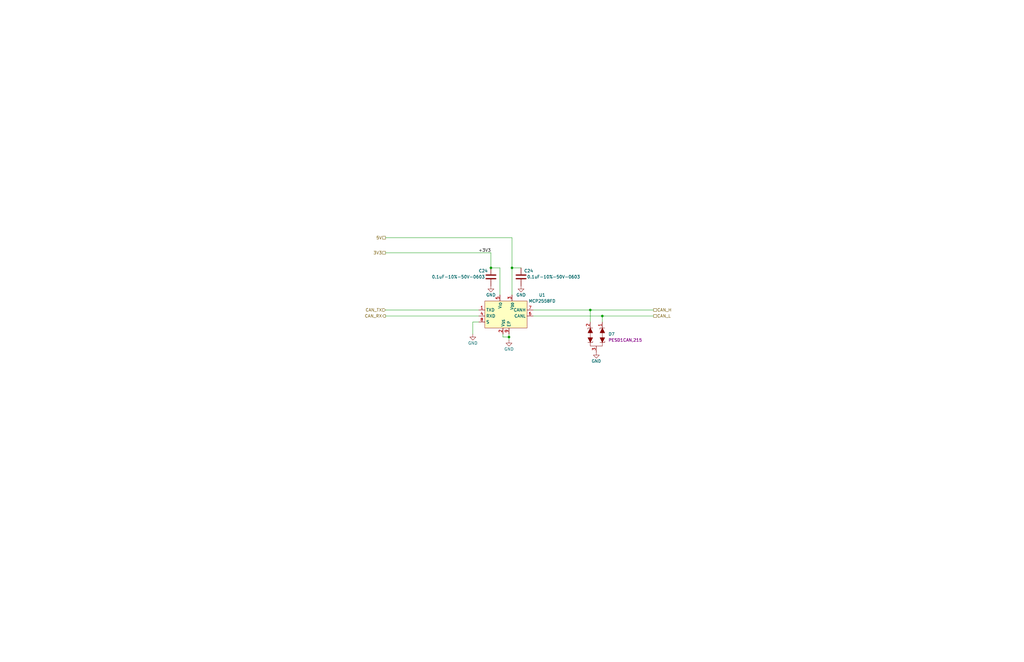
<source format=kicad_sch>
(kicad_sch (version 20231120) (generator "eeschema") (generator_version "8.0")
  (paper "B")
  (title_block (title "NX Indicator Board") (date "2023-08-28") (rev "1") (company "971 Spartan Robotics"))
  (lib_symbols
    (symbol "Device:C" (pin_numbers hide) (pin_names (offset 0.254))
      (property "Reference" "C" (at 0.635 2.54 0))
      (property "Value" "C" (at 0.635 -2.54 0))
      (symbol "C_0_1"
        (polyline (pts (xy -2.032 -0.762) (xy 2.032 -0.762)) (stroke (width 0.508)))
        (polyline (pts (xy -2.032 0.762) (xy 2.032 0.762)) (stroke (width 0.508)))
      )
      (symbol "C_1_1"
        (pin passive line (at 0 3.81 270) (length 2.794) (name "~") (number "1"))
        (pin passive line (at 0 -3.81 90) (length 2.794) (name "~") (number "2"))
      )
    )
    (symbol "NX-IndicatorBoard:Microchip-MCP2558FDT-H/MF"
      (property "Reference" "U" (at 0 0 0))
      (property "Value" "MCP2558FD" (at 0 0 0))
      (symbol "Microchip-MCP2558FDT-H/MF_1_1"
        (rectangle (start -8.89 0) (end 8.89 -11.43) (fill (type background)))
        (pin input line (at -11.43 -3.81 0) (length 2.54) (name "TXD") (number "1"))
        (pin passive line (at -1.27 -13.97 90) (length 2.54) (name "V_{SS}") (number "2"))
        (pin passive line (at 2.54 2.54 270) (length 2.54) (name "V_{DD}") (number "3"))
        (pin output line (at -11.43 -6.35 0) (length 2.54) (name "RXD") (number "4"))
        (pin output line (at -2.54 2.54 270) (length 2.54) (name "V_{IO}") (number "5"))
        (pin open_collector line (at 11.43 -6.35 180) (length 2.54) (name "CANL") (number "6"))
        (pin open_emitter line (at 11.43 -3.81 180) (length 2.54) (name "CANH") (number "7"))
        (pin input line (at -11.43 -8.89 0) (length 2.54) (name "S") (number "8"))
        (pin passive line (at 1.27 -13.97 90) (length 2.54) (name "EP") (number "9"))
      )
    )
    (symbol "PI-Power-Board:PESD1CAN" (pin_names hide)
      (property "Reference" "D" (at 0 0 0))
      (property "MFG P/N" "PESD1CAN,215" (at 0 0 0))
      (symbol "PESD1CAN_0_1"
        (polyline (pts (xy -1.27 -7.62) (xy 0.762 -7.62)))
        (polyline (pts (xy -1.27 -2.54) (xy 0.762 -2.54)))
        (polyline (pts (xy 0.635 -7.62) (xy 3.175 -7.62)))
        (polyline (pts (xy 0.635 -2.54) (xy 3.175 -2.54)))
        (polyline (pts (xy 4.826 -7.62) (xy 2.794 -7.62)))
        (polyline (pts (xy 4.826 -2.54) (xy 2.794 -2.54)))
        (polyline (pts (xy -1.27 -6.604) (xy -1.27 -8.636) (xy -0.762 -8.636)))
        (polyline (pts (xy -1.27 -1.524) (xy -1.27 -3.556) (xy -0.762 -3.556)))
        (polyline (pts (xy 4.826 -8.636) (xy 4.826 -6.604) (xy 4.318 -6.604)))
        (polyline (pts (xy 4.826 -3.556) (xy 4.826 -1.524) (xy 4.318 -1.524)))
        (polyline (pts (xy 0.762 -6.604) (xy -1.27 -7.62) (xy 0.762 -8.636) (xy 0.762 -6.604)) (fill (type outline)))
        (polyline (pts (xy 0.762 -1.524) (xy -1.27 -2.54) (xy 0.762 -3.556) (xy 0.762 -1.524)) (fill (type outline)))
        (polyline (pts (xy 2.794 -8.636) (xy 4.826 -7.62) (xy 2.794 -6.604) (xy 2.794 -8.636)) (fill (type outline)))
        (polyline (pts (xy 2.794 -3.556) (xy 4.826 -2.54) (xy 2.794 -1.524) (xy 2.794 -3.556)) (fill (type outline)))
        (polyline (pts (xy 4.445 -2.54) (xy 6.35 -2.54) (xy 6.35 -7.62) (xy 4.445 -7.62)))
      )
      (symbol "PESD1CAN_1_1"
        (pin passive line (at -3.81 -2.54 0) (length 2.54) (name "K1") (number "1"))
        (pin passive line (at -3.81 -7.62 0) (length 2.54) (name "K1") (number "2"))
        (pin passive line (at 8.89 -5.08 180) (length 2.54) (name "KK") (number "3"))
      )
    )
    (symbol "power:GND" (power) (pin_names (offset 0))
      (property "Value" "GND" (at 0 -3.81 0))
      (symbol "GND_0_1"
        (polyline (pts (xy 0 0) (xy 0 -1.27) (xy 1.27 -1.27) (xy 0 -2.54) (xy -1.27 -1.27) (xy 0 -1.27)))
      )
      (symbol "GND_1_1"
        (pin power_in line (at 0 0 270) (length 0) hide (name "GND") (number "1"))
      )
    )
  )
  (junction (at 248.92 130.81))
  (junction (at 207.01 113.03))
  (junction (at 215.9 113.03))
  (junction (at 254 133.35))
  (junction (at 214.63 142.24))
  (wire (pts (xy 199.39 135.89) (xy 201.93 135.89)))
  (wire (pts (xy 224.79 130.81) (xy 248.92 130.81)))
  (wire (pts (xy 212.09 142.24) (xy 214.63 142.24)))
  (wire (pts (xy 212.09 140.97) (xy 212.09 142.24)))
  (wire (pts (xy 207.01 106.68) (xy 207.01 113.03)))
  (wire (pts (xy 162.56 133.35) (xy 201.93 133.35)))
  (wire (pts (xy 214.63 140.97) (xy 214.63 142.24)))
  (wire (pts (xy 254 133.35) (xy 275.59 133.35)))
  (wire (pts (xy 162.56 106.68) (xy 207.01 106.68)))
  (wire (pts (xy 162.56 100.33) (xy 215.9 100.33)))
  (wire (pts (xy 215.9 113.03) (xy 215.9 124.46)))
  (wire (pts (xy 214.63 142.24) (xy 214.63 143.51)))
  (wire (pts (xy 162.56 130.81) (xy 201.93 130.81)))
  (wire (pts (xy 224.79 133.35) (xy 254 133.35)))
  (wire (pts (xy 248.92 130.81) (xy 275.59 130.81)))
  (wire (pts (xy 207.01 113.03) (xy 210.82 113.03)))
  (wire (pts (xy 199.39 140.97) (xy 199.39 135.89)))
  (wire (pts (xy 254 133.35) (xy 254 135.89)))
  (wire (pts (xy 210.82 113.03) (xy 210.82 124.46)))
  (wire (pts (xy 215.9 113.03) (xy 219.71 113.03)))
  (wire (pts (xy 248.92 130.81) (xy 248.92 135.89)))
  (wire (pts (xy 215.9 113.03) (xy 215.9 100.33)))
  (label "+3V3" (at 207.01 106.68 180))
  (hierarchical_label "CAN_L" (shape passive) (at 275.59 133.35 0))
  (hierarchical_label "5V" (shape passive) (at 162.56 100.33 180))
  (hierarchical_label "CAN_H" (shape passive) (at 275.59 130.81 0))
  (hierarchical_label "CAN_RX" (shape output) (at 162.56 133.35 180))
  (hierarchical_label "3V3" (shape passive) (at 162.56 106.68 180))
  (hierarchical_label "CAN_TX" (shape input) (at 162.56 130.81 180))
  (symbol (lib_id "Device:C") (at 207.01 116.84 0) (unit 1)
    (property "Reference" "C24" (at 205.74 114.3 0) (effects (justify right)))
    (property "Value" "0.1uF-10%-50V-0603" (at 204.47 116.84 0) (effects (justify right)))
    (property "Footprint" "Capacitor_SMD:C_0603_1608Metric" (effects (hide yes)))
    (property "MFG" "Samsung Electro-Mechanics" (effects (hide yes)))
    (property "MFG P/N" "CL10B104KB8NNNC" (effects (hide yes)))
    (instances (project "PI-Power-Board" (path "" (reference "C24") (unit 1))) (project "NX-IndicatorBoard" (path "" (reference "C1") (unit 1))) (project "NX-J401-Adapter" (path "" (reference "C13") (unit 1)) (path "" (reference "C3") (unit 1))))
  )
  (symbol (lib_id "power:GND") (at 207.01 120.65 0) (unit 1)
    (property "Reference" "#PWR07" (effects (hide yes)))
    (property "Value" "GND" (at 207.01 124.46 0))
  )
  (symbol (lib_id "power:GND") (at 199.39 140.97 0) (unit 1)
    (property "Reference" "#PWR06" (effects (hide yes)))
    (property "Value" "GND" (at 199.39 144.78 0))
  )
  (symbol (lib_id "NX-IndicatorBoard:Microchip-MCP2558FDT-H/MF") (at 213.36 127 0) (unit 1)
    (property "Reference" "U1" (at 228.6 124.4914 0))
    (property "Value" "MCP2558FD" (at 228.6 127.0314 0))
    (property "Footprint" "Package_DFN_QFN:DFN-8-1EP_3x3mm_P0.65mm_EP1.55x2.4mm" (effects (hide yes)))
    (property "Datasheet" "Components/Microchip-MCP2558FD.pdf" (effects (hide yes)))
    (property "Description" "1/1 Transceiver CANbus 8-DFN (3x3)" (effects (hide yes)))
    (property "MFG" "Microchip" (effects (hide yes)))
    (property "MFG P/N" "MCP2558FDT-H/MF" (effects (hide yes)))
    (property "DIST" "Digikey" (effects (hide yes)))
    (property "DIST P/N" "MCP2558FDT-H/MFCT-ND" (effects (hide yes)))
  )
  (symbol (lib_id "PI-Power-Board:PESD1CAN") (at 256.54 139.7 270) (unit 1)
    (property "Reference" "D7" (at 256.54 140.9699 90) (effects (justify left)))
    (property "Value" "PESD1CAN" (effects (hide yes)))
    (property "Footprint" "Package_TO_SOT_SMD:SOT-23" (effects (hide yes)))
    (property "Datasheet" "Components/Nexperia-PESD1CAN.pdf" (effects (hide yes)))
    (property "MFG" "Nexperia" (effects (hide yes)))
    (property "MFG P/N" "PESD1CAN,215" (at 256.54 143.5099 90) (effects (justify left)))
    (instances (project "PI-Power-Board" (path "" (reference "D7") (unit 1))) (project "NX-IndicatorBoard" (path "" (reference "D1") (unit 1))) (project "NX-J401-Adapter" (path "" (reference "D5") (unit 1))))
  )
  (symbol (lib_id "power:GND") (at 219.71 120.65 0) (unit 1)
    (property "Reference" "#PWR09" (effects (hide yes)))
    (property "Value" "GND" (at 219.71 124.46 0))
  )
  (symbol (lib_id "Device:C") (at 219.71 116.84 0) (mirror y) (unit 1)
    (property "Reference" "C24" (at 220.98 114.3 0) (effects (justify right)))
    (property "Value" "0.1uF-10%-50V-0603" (at 222.25 116.84 0) (effects (justify right)))
    (property "Footprint" "Capacitor_SMD:C_0603_1608Metric" (effects (hide yes)))
    (property "MFG" "Samsung Electro-Mechanics" (effects (hide yes)))
    (property "MFG P/N" "CL10B104KB8NNNC" (effects (hide yes)))
    (instances (project "PI-Power-Board" (path "" (reference "C24") (unit 1))) (project "NX-IndicatorBoard" (path "" (reference "C2") (unit 1))) (project "NX-J401-Adapter" (path "" (reference "C14") (unit 1)) (path "" (reference "C3") (unit 1))))
  )
  (symbol (lib_id "power:GND") (at 251.46 148.59 0) (unit 1)
    (property "Reference" "#PWR010" (effects (hide yes)))
    (property "Value" "GND" (at 251.46 152.4 0))
  )
  (symbol (lib_id "power:GND") (at 214.63 143.51 0) (unit 1)
    (property "Reference" "#PWR08" (effects (hide yes)))
    (property "Value" "GND" (at 214.63 147.32 0))
  )
)
</source>
